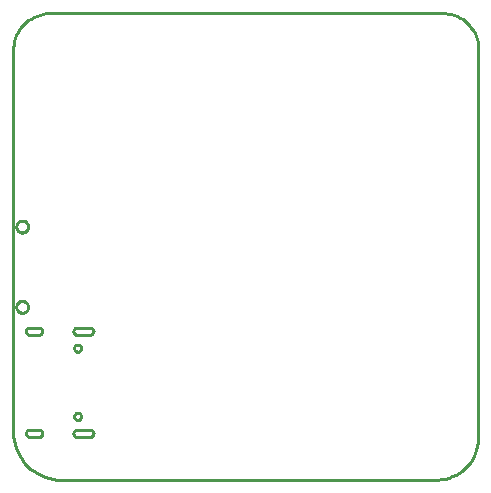
<source format=gbr>
G04 EAGLE Gerber RS-274X export*
G75*
%MOMM*%
%FSLAX34Y34*%
%LPD*%
%IN*%
%IPPOS*%
%AMOC8*
5,1,8,0,0,1.08239X$1,22.5*%
G01*
%ADD10C,0.254000*%


D10*
X140970Y447040D02*
X141125Y443498D01*
X141587Y439983D01*
X142355Y436522D01*
X143421Y433140D01*
X144778Y429865D01*
X146415Y426720D01*
X148320Y423730D01*
X150478Y420917D01*
X152873Y418303D01*
X155487Y415908D01*
X158300Y413750D01*
X161290Y411845D01*
X164435Y410208D01*
X167710Y408851D01*
X171092Y407785D01*
X174553Y407017D01*
X178068Y406555D01*
X181610Y406400D01*
X500380Y406400D01*
X503527Y406704D01*
X506636Y407281D01*
X509683Y408126D01*
X512645Y409234D01*
X515498Y410596D01*
X518222Y412202D01*
X520796Y414038D01*
X523200Y416093D01*
X525416Y418348D01*
X527427Y420789D01*
X529217Y423395D01*
X530773Y426147D01*
X532084Y429025D01*
X533139Y432006D01*
X533930Y435067D01*
X534451Y438186D01*
X534698Y441338D01*
X534670Y444500D01*
X534670Y769620D01*
X534722Y772228D01*
X534547Y774831D01*
X534146Y777409D01*
X533522Y779942D01*
X532679Y782412D01*
X531624Y784798D01*
X530365Y787083D01*
X528912Y789250D01*
X527276Y791282D01*
X525468Y793163D01*
X523504Y794880D01*
X521397Y796419D01*
X519165Y797769D01*
X516823Y798919D01*
X514390Y799860D01*
X511884Y800586D01*
X509324Y801090D01*
X506730Y801370D01*
X171450Y801370D01*
X168741Y801196D01*
X166057Y800787D01*
X163418Y800145D01*
X160846Y799276D01*
X158360Y798186D01*
X155978Y796884D01*
X153718Y795379D01*
X151598Y793682D01*
X149634Y791808D01*
X147841Y789769D01*
X146233Y787582D01*
X144821Y785263D01*
X143617Y782829D01*
X142629Y780300D01*
X141866Y777695D01*
X141332Y775033D01*
X141033Y772334D01*
X140970Y769620D01*
X140970Y447040D01*
X151750Y445700D02*
X151761Y445439D01*
X151796Y445179D01*
X151852Y444924D01*
X151931Y444674D01*
X152031Y444432D01*
X152152Y444200D01*
X152293Y443979D01*
X152452Y443772D01*
X152629Y443579D01*
X152822Y443402D01*
X153029Y443243D01*
X153250Y443102D01*
X153482Y442981D01*
X153724Y442881D01*
X153974Y442802D01*
X154229Y442746D01*
X154489Y442711D01*
X154750Y442700D01*
X162750Y442700D01*
X163011Y442711D01*
X163271Y442746D01*
X163526Y442802D01*
X163776Y442881D01*
X164018Y442981D01*
X164250Y443102D01*
X164471Y443243D01*
X164678Y443402D01*
X164871Y443579D01*
X165048Y443772D01*
X165207Y443979D01*
X165348Y444200D01*
X165469Y444432D01*
X165569Y444674D01*
X165648Y444924D01*
X165704Y445179D01*
X165739Y445439D01*
X165750Y445700D01*
X165739Y445961D01*
X165704Y446221D01*
X165648Y446476D01*
X165569Y446726D01*
X165469Y446968D01*
X165348Y447200D01*
X165207Y447421D01*
X165048Y447628D01*
X164871Y447821D01*
X164678Y447998D01*
X164471Y448157D01*
X164250Y448298D01*
X164018Y448419D01*
X163776Y448519D01*
X163526Y448598D01*
X163271Y448654D01*
X163011Y448689D01*
X162750Y448700D01*
X154750Y448700D01*
X154489Y448689D01*
X154229Y448654D01*
X153974Y448598D01*
X153724Y448519D01*
X153482Y448419D01*
X153250Y448298D01*
X153029Y448157D01*
X152822Y447998D01*
X152629Y447821D01*
X152452Y447628D01*
X152293Y447421D01*
X152152Y447200D01*
X152031Y446968D01*
X151931Y446726D01*
X151852Y446476D01*
X151796Y446221D01*
X151761Y445961D01*
X151750Y445700D01*
X151750Y532200D02*
X151761Y531939D01*
X151796Y531679D01*
X151852Y531424D01*
X151931Y531174D01*
X152031Y530932D01*
X152152Y530700D01*
X152293Y530479D01*
X152452Y530272D01*
X152629Y530079D01*
X152822Y529902D01*
X153029Y529743D01*
X153250Y529602D01*
X153482Y529481D01*
X153724Y529381D01*
X153974Y529302D01*
X154229Y529246D01*
X154489Y529211D01*
X154750Y529200D01*
X162750Y529200D01*
X163011Y529211D01*
X163271Y529246D01*
X163526Y529302D01*
X163776Y529381D01*
X164018Y529481D01*
X164250Y529602D01*
X164471Y529743D01*
X164678Y529902D01*
X164871Y530079D01*
X165048Y530272D01*
X165207Y530479D01*
X165348Y530700D01*
X165469Y530932D01*
X165569Y531174D01*
X165648Y531424D01*
X165704Y531679D01*
X165739Y531939D01*
X165750Y532200D01*
X165739Y532461D01*
X165704Y532721D01*
X165648Y532976D01*
X165569Y533226D01*
X165469Y533468D01*
X165348Y533700D01*
X165207Y533921D01*
X165048Y534128D01*
X164871Y534321D01*
X164678Y534498D01*
X164471Y534657D01*
X164250Y534798D01*
X164018Y534919D01*
X163776Y535019D01*
X163526Y535098D01*
X163271Y535154D01*
X163011Y535189D01*
X162750Y535200D01*
X154750Y535200D01*
X154489Y535189D01*
X154229Y535154D01*
X153974Y535098D01*
X153724Y535019D01*
X153482Y534919D01*
X153250Y534798D01*
X153029Y534657D01*
X152822Y534498D01*
X152629Y534321D01*
X152452Y534128D01*
X152293Y533921D01*
X152152Y533700D01*
X152031Y533468D01*
X151931Y533226D01*
X151852Y532976D01*
X151796Y532721D01*
X151761Y532461D01*
X151750Y532200D01*
X191950Y445700D02*
X191961Y445439D01*
X191996Y445179D01*
X192052Y444924D01*
X192131Y444674D01*
X192231Y444432D01*
X192352Y444200D01*
X192493Y443979D01*
X192652Y443772D01*
X192829Y443579D01*
X193022Y443402D01*
X193229Y443243D01*
X193450Y443102D01*
X193682Y442981D01*
X193924Y442881D01*
X194174Y442802D01*
X194429Y442746D01*
X194689Y442711D01*
X194950Y442700D01*
X205950Y442700D01*
X206211Y442711D01*
X206471Y442746D01*
X206726Y442802D01*
X206976Y442881D01*
X207218Y442981D01*
X207450Y443102D01*
X207671Y443243D01*
X207878Y443402D01*
X208071Y443579D01*
X208248Y443772D01*
X208407Y443979D01*
X208548Y444200D01*
X208669Y444432D01*
X208769Y444674D01*
X208848Y444924D01*
X208904Y445179D01*
X208939Y445439D01*
X208950Y445700D01*
X208939Y445961D01*
X208904Y446221D01*
X208848Y446476D01*
X208769Y446726D01*
X208669Y446968D01*
X208548Y447200D01*
X208407Y447421D01*
X208248Y447628D01*
X208071Y447821D01*
X207878Y447998D01*
X207671Y448157D01*
X207450Y448298D01*
X207218Y448419D01*
X206976Y448519D01*
X206726Y448598D01*
X206471Y448654D01*
X206211Y448689D01*
X205950Y448700D01*
X194950Y448700D01*
X194689Y448689D01*
X194429Y448654D01*
X194174Y448598D01*
X193924Y448519D01*
X193682Y448419D01*
X193450Y448298D01*
X193229Y448157D01*
X193022Y447998D01*
X192829Y447821D01*
X192652Y447628D01*
X192493Y447421D01*
X192352Y447200D01*
X192231Y446968D01*
X192131Y446726D01*
X192052Y446476D01*
X191996Y446221D01*
X191961Y445961D01*
X191950Y445700D01*
X191950Y532200D02*
X191961Y531939D01*
X191996Y531679D01*
X192052Y531424D01*
X192131Y531174D01*
X192231Y530932D01*
X192352Y530700D01*
X192493Y530479D01*
X192652Y530272D01*
X192829Y530079D01*
X193022Y529902D01*
X193229Y529743D01*
X193450Y529602D01*
X193682Y529481D01*
X193924Y529381D01*
X194174Y529302D01*
X194429Y529246D01*
X194689Y529211D01*
X194950Y529200D01*
X205950Y529200D01*
X206211Y529211D01*
X206471Y529246D01*
X206726Y529302D01*
X206976Y529381D01*
X207218Y529481D01*
X207450Y529602D01*
X207671Y529743D01*
X207878Y529902D01*
X208071Y530079D01*
X208248Y530272D01*
X208407Y530479D01*
X208548Y530700D01*
X208669Y530932D01*
X208769Y531174D01*
X208848Y531424D01*
X208904Y531679D01*
X208939Y531939D01*
X208950Y532200D01*
X208939Y532461D01*
X208904Y532721D01*
X208848Y532976D01*
X208769Y533226D01*
X208669Y533468D01*
X208548Y533700D01*
X208407Y533921D01*
X208248Y534128D01*
X208071Y534321D01*
X207878Y534498D01*
X207671Y534657D01*
X207450Y534798D01*
X207218Y534919D01*
X206976Y535019D01*
X206726Y535098D01*
X206471Y535154D01*
X206211Y535189D01*
X205950Y535200D01*
X194950Y535200D01*
X194689Y535189D01*
X194429Y535154D01*
X194174Y535098D01*
X193924Y535019D01*
X193682Y534919D01*
X193450Y534798D01*
X193229Y534657D01*
X193022Y534498D01*
X192829Y534321D01*
X192652Y534128D01*
X192493Y533921D01*
X192352Y533700D01*
X192231Y533468D01*
X192131Y533226D01*
X192052Y532976D01*
X191996Y532721D01*
X191961Y532461D01*
X191950Y532200D01*
X148309Y615740D02*
X147751Y615803D01*
X147204Y615928D01*
X146674Y616113D01*
X146168Y616357D01*
X145692Y616656D01*
X145253Y617006D01*
X144856Y617403D01*
X144506Y617842D01*
X144207Y618318D01*
X143963Y618824D01*
X143778Y619354D01*
X143653Y619901D01*
X143590Y620459D01*
X143590Y621021D01*
X143653Y621579D01*
X143778Y622126D01*
X143963Y622656D01*
X144207Y623162D01*
X144506Y623638D01*
X144856Y624077D01*
X145253Y624474D01*
X145692Y624824D01*
X146168Y625123D01*
X146674Y625367D01*
X147204Y625552D01*
X147751Y625677D01*
X148309Y625740D01*
X148871Y625740D01*
X149429Y625677D01*
X149976Y625552D01*
X150506Y625367D01*
X151012Y625123D01*
X151488Y624824D01*
X151927Y624474D01*
X152324Y624077D01*
X152674Y623638D01*
X152973Y623162D01*
X153217Y622656D01*
X153402Y622126D01*
X153527Y621579D01*
X153590Y621021D01*
X153590Y620459D01*
X153527Y619901D01*
X153402Y619354D01*
X153217Y618824D01*
X152973Y618318D01*
X152674Y617842D01*
X152324Y617403D01*
X151927Y617006D01*
X151488Y616656D01*
X151012Y616357D01*
X150506Y616113D01*
X149976Y615928D01*
X149429Y615803D01*
X148871Y615740D01*
X148309Y615740D01*
X148309Y547740D02*
X147751Y547803D01*
X147204Y547928D01*
X146674Y548113D01*
X146168Y548357D01*
X145692Y548656D01*
X145253Y549006D01*
X144856Y549403D01*
X144506Y549842D01*
X144207Y550318D01*
X143963Y550824D01*
X143778Y551354D01*
X143653Y551901D01*
X143590Y552459D01*
X143590Y553021D01*
X143653Y553579D01*
X143778Y554126D01*
X143963Y554656D01*
X144207Y555162D01*
X144506Y555638D01*
X144856Y556077D01*
X145253Y556474D01*
X145692Y556824D01*
X146168Y557123D01*
X146674Y557367D01*
X147204Y557552D01*
X147751Y557677D01*
X148309Y557740D01*
X148871Y557740D01*
X149429Y557677D01*
X149976Y557552D01*
X150506Y557367D01*
X151012Y557123D01*
X151488Y556824D01*
X151927Y556474D01*
X152324Y556077D01*
X152674Y555638D01*
X152973Y555162D01*
X153217Y554656D01*
X153402Y554126D01*
X153527Y553579D01*
X153590Y553021D01*
X153590Y552459D01*
X153527Y551901D01*
X153402Y551354D01*
X153217Y550824D01*
X152973Y550318D01*
X152674Y549842D01*
X152324Y549403D01*
X151927Y549006D01*
X151488Y548656D01*
X151012Y548357D01*
X150506Y548113D01*
X149976Y547928D01*
X149429Y547803D01*
X148871Y547740D01*
X148309Y547740D01*
X195314Y514850D02*
X194848Y514924D01*
X194398Y515070D01*
X193978Y515284D01*
X193596Y515562D01*
X193262Y515896D01*
X192984Y516278D01*
X192770Y516698D01*
X192624Y517148D01*
X192550Y517614D01*
X192550Y518086D01*
X192624Y518553D01*
X192770Y519002D01*
X192984Y519422D01*
X193262Y519804D01*
X193596Y520138D01*
X193978Y520416D01*
X194398Y520630D01*
X194848Y520776D01*
X195314Y520850D01*
X195786Y520850D01*
X196253Y520776D01*
X196702Y520630D01*
X197122Y520416D01*
X197504Y520138D01*
X197838Y519804D01*
X198116Y519422D01*
X198330Y519002D01*
X198476Y518553D01*
X198550Y518086D01*
X198550Y517614D01*
X198476Y517148D01*
X198330Y516698D01*
X198116Y516278D01*
X197838Y515896D01*
X197504Y515562D01*
X197122Y515284D01*
X196702Y515070D01*
X196253Y514924D01*
X195786Y514850D01*
X195314Y514850D01*
X195314Y457050D02*
X194848Y457124D01*
X194398Y457270D01*
X193978Y457484D01*
X193596Y457762D01*
X193262Y458096D01*
X192984Y458478D01*
X192770Y458898D01*
X192624Y459348D01*
X192550Y459814D01*
X192550Y460286D01*
X192624Y460753D01*
X192770Y461202D01*
X192984Y461622D01*
X193262Y462004D01*
X193596Y462338D01*
X193978Y462616D01*
X194398Y462830D01*
X194848Y462976D01*
X195314Y463050D01*
X195786Y463050D01*
X196253Y462976D01*
X196702Y462830D01*
X197122Y462616D01*
X197504Y462338D01*
X197838Y462004D01*
X198116Y461622D01*
X198330Y461202D01*
X198476Y460753D01*
X198550Y460286D01*
X198550Y459814D01*
X198476Y459348D01*
X198330Y458898D01*
X198116Y458478D01*
X197838Y458096D01*
X197504Y457762D01*
X197122Y457484D01*
X196702Y457270D01*
X196253Y457124D01*
X195786Y457050D01*
X195314Y457050D01*
M02*

</source>
